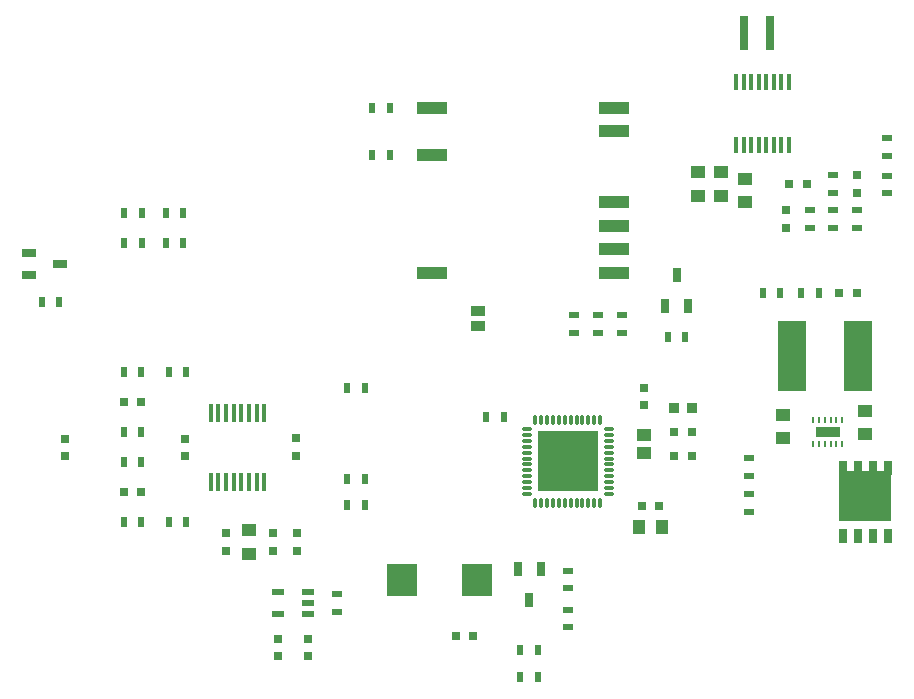
<source format=gtp>
G04 #@! TF.FileFunction,Paste,Top*
%FSLAX46Y46*%
G04 Gerber Fmt 4.6, Leading zero omitted, Abs format (unit mm)*
G04 Created by KiCad (PCBNEW 4.0.7) date 2018 October 22, Monday 01:25:24*
%MOMM*%
%LPD*%
G01*
G04 APERTURE LIST*
%ADD10C,0.050000*%
%ADD11R,0.750000X0.800000*%
%ADD12R,0.800000X0.750000*%
%ADD13R,0.889000X0.889000*%
%ADD14R,0.900000X0.500000*%
%ADD15R,0.500000X0.900000*%
%ADD16O,0.280000X0.850000*%
%ADD17O,0.850000X0.280000*%
%ADD18R,5.100000X5.100000*%
%ADD19R,0.450000X1.500000*%
%ADD20R,1.249680X0.998220*%
%ADD21R,2.450000X5.900000*%
%ADD22R,0.800000X2.900000*%
%ADD23R,0.381000X1.397000*%
%ADD24R,2.500000X1.100000*%
%ADD25R,1.270000X0.965200*%
%ADD26R,0.700000X1.200000*%
%ADD27R,4.500000X4.290000*%
%ADD28R,1.550000X1.600000*%
%ADD29R,1.550000X1.200000*%
%ADD30R,2.000000X0.900000*%
%ADD31R,0.250000X0.600000*%
%ADD32R,0.650000X1.220000*%
%ADD33R,1.220000X0.650000*%
%ADD34R,1.250000X1.000000*%
%ADD35R,1.000000X1.250000*%
%ADD36R,2.550000X2.700000*%
%ADD37R,1.000000X0.550000*%
G04 APERTURE END LIST*
D10*
G36*
X47925000Y18075000D02*
X47925000Y16925000D01*
X49075000Y16925000D01*
X49075000Y18075000D01*
X47925000Y18075000D01*
G37*
G36*
X49375000Y18075000D02*
X49375000Y16925000D01*
X50525000Y16925000D01*
X50525000Y18075000D01*
X49375000Y18075000D01*
G37*
G36*
X49375000Y16625000D02*
X49375000Y15475000D01*
X50525000Y15475000D01*
X50525000Y16625000D01*
X49375000Y16625000D01*
G37*
G36*
X47925000Y16625000D02*
X47925000Y15475000D01*
X49075000Y15475000D01*
X49075000Y16625000D01*
X47925000Y16625000D01*
G37*
G36*
X46475000Y16625000D02*
X46475000Y15475000D01*
X47625000Y15475000D01*
X47625000Y16625000D01*
X46475000Y16625000D01*
G37*
G36*
X46475000Y18075000D02*
X46475000Y16925000D01*
X47625000Y16925000D01*
X47625000Y18075000D01*
X46475000Y18075000D01*
G37*
G36*
X46475000Y19525000D02*
X46475000Y18375000D01*
X47625000Y18375000D01*
X47625000Y19525000D01*
X46475000Y19525000D01*
G37*
G36*
X47925000Y19525000D02*
X47925000Y18375000D01*
X49075000Y18375000D01*
X49075000Y19525000D01*
X47925000Y19525000D01*
G37*
G36*
X49375000Y19525000D02*
X49375000Y18375000D01*
X50525000Y18375000D01*
X50525000Y19525000D01*
X49375000Y19525000D01*
G37*
D11*
X55000000Y22250000D03*
X55000000Y23750000D03*
D12*
X57500000Y20000000D03*
X59000000Y20000000D03*
X57500000Y18000000D03*
X59000000Y18000000D03*
X56250000Y13705000D03*
X54750000Y13705000D03*
X39000000Y2750000D03*
X40500000Y2750000D03*
X71500000Y31750000D03*
X73000000Y31750000D03*
D11*
X5940000Y19440000D03*
X5940000Y17940000D03*
D12*
X10905000Y22500000D03*
X12405000Y22500000D03*
X10905000Y14880000D03*
X12405000Y14880000D03*
D11*
X16100000Y17940000D03*
X16100000Y19440000D03*
X25500000Y18000000D03*
X25500000Y19500000D03*
X25545000Y11440000D03*
X25545000Y9940000D03*
X23545000Y9940000D03*
X23545000Y11440000D03*
X19545000Y9940000D03*
X19545000Y11440000D03*
D13*
X57500000Y22000000D03*
X59024000Y22000000D03*
D14*
X63890000Y16305000D03*
X63890000Y17805000D03*
X63890000Y13205000D03*
X63890000Y14705000D03*
X73000000Y38750000D03*
X73000000Y37250000D03*
X71000000Y41750000D03*
X71000000Y40250000D03*
X71000000Y37250000D03*
X71000000Y38750000D03*
X48490000Y3455000D03*
X48490000Y4955000D03*
X75490000Y43405000D03*
X75490000Y44905000D03*
X75490000Y41705000D03*
X75490000Y40205000D03*
D15*
X65000000Y31750000D03*
X66500000Y31750000D03*
X68250000Y31750000D03*
X69750000Y31750000D03*
X31940000Y47455000D03*
X33440000Y47455000D03*
X12405000Y17420000D03*
X10905000Y17420000D03*
X12405000Y19960000D03*
X10905000Y19960000D03*
X12405000Y25040000D03*
X10905000Y25040000D03*
X12405000Y12340000D03*
X10905000Y12340000D03*
X16215000Y12340000D03*
X14715000Y12340000D03*
X16215000Y25040000D03*
X14715000Y25040000D03*
X31295000Y23690000D03*
X29795000Y23690000D03*
X31295000Y16010000D03*
X29795000Y16010000D03*
X31295000Y13810000D03*
X29795000Y13810000D03*
X5450000Y31000000D03*
X3950000Y31000000D03*
X12450000Y38500000D03*
X10950000Y38500000D03*
X10950000Y36000000D03*
X12450000Y36000000D03*
X15950000Y38500000D03*
X14450000Y38500000D03*
X14450000Y36000000D03*
X15950000Y36000000D03*
D16*
X51250000Y20975000D03*
X50750000Y20975000D03*
X50250000Y20975000D03*
X49750000Y20975000D03*
X49250000Y20975000D03*
X48750000Y20975000D03*
X48250000Y20975000D03*
X47750000Y20975000D03*
X47250000Y20975000D03*
X46750000Y20975000D03*
X46250000Y20975000D03*
X45750000Y20975000D03*
D17*
X45025000Y20250000D03*
X45025000Y19750000D03*
X45025000Y19250000D03*
X45025000Y18750000D03*
X45025000Y18250000D03*
X45025000Y17750000D03*
X45025000Y17250000D03*
X45025000Y16750000D03*
X45025000Y16250000D03*
X45025000Y15750000D03*
X45025000Y15250000D03*
X45025000Y14750000D03*
D16*
X45750000Y14025000D03*
X46250000Y14025000D03*
X46750000Y14025000D03*
X47250000Y14025000D03*
X47750000Y14025000D03*
X48250000Y14025000D03*
X48750000Y14025000D03*
X49250000Y14025000D03*
X49750000Y14025000D03*
X50250000Y14025000D03*
X50750000Y14025000D03*
X51250000Y14025000D03*
D17*
X51975000Y14750000D03*
X51975000Y15250000D03*
X51975000Y15750000D03*
X51975000Y16250000D03*
X51975000Y16750000D03*
X51975000Y17250000D03*
X51975000Y17750000D03*
X51975000Y18250000D03*
X51975000Y18750000D03*
X51975000Y19250000D03*
X51975000Y19750000D03*
X51975000Y20250000D03*
D18*
X48500000Y17500000D03*
D19*
X22820000Y21640000D03*
X22170000Y21640000D03*
X21520000Y21640000D03*
X20870000Y21640000D03*
X20220000Y21640000D03*
X19570000Y21640000D03*
X18920000Y21640000D03*
X18270000Y21640000D03*
X18270000Y15740000D03*
X18920000Y15740000D03*
X19570000Y15740000D03*
X20220000Y15740000D03*
X20870000Y15740000D03*
X21520000Y15740000D03*
X22170000Y15740000D03*
X22820000Y15740000D03*
D20*
X55000000Y19749300D03*
X55000000Y18250700D03*
D11*
X67000000Y37250000D03*
X67000000Y38750000D03*
D12*
X68750000Y41000000D03*
X67250000Y41000000D03*
D11*
X73000000Y40250000D03*
X73000000Y41750000D03*
D21*
X73065000Y26455000D03*
X67515000Y26455000D03*
D22*
X65600000Y53750000D03*
X63400000Y53750000D03*
D14*
X69000000Y37250000D03*
X69000000Y38750000D03*
D23*
X67222500Y49667000D03*
X66587500Y49667000D03*
X65952500Y49667000D03*
X65317500Y49667000D03*
X64682500Y49667000D03*
X64047500Y49667000D03*
X63412500Y49667000D03*
X62777500Y49667000D03*
X62777500Y44333000D03*
X63412500Y44333000D03*
X64047500Y44333000D03*
X64682500Y44333000D03*
X65317500Y44333000D03*
X65952500Y44333000D03*
X66587500Y44333000D03*
X67222500Y44333000D03*
D15*
X31940000Y43455000D03*
X33440000Y43455000D03*
D14*
X53090000Y28405000D03*
X53090000Y29905000D03*
X48990000Y28395000D03*
X48990000Y29895000D03*
X51085000Y28395000D03*
X51085000Y29895000D03*
D24*
X36990000Y47455000D03*
X36990000Y43455000D03*
X36990000Y33455000D03*
X52390000Y33455000D03*
X52390000Y35455000D03*
X52390000Y37455000D03*
X52390000Y39455000D03*
X52390000Y45455000D03*
X52390000Y47455000D03*
D25*
X40940000Y28935000D03*
X40940000Y30205000D03*
D26*
X71780000Y11155000D03*
X73050000Y11155000D03*
X74330000Y11155000D03*
X75600000Y11155000D03*
X75600000Y16955000D03*
X74330000Y16955000D03*
X73050000Y16955000D03*
X71780000Y16955000D03*
D27*
X73690000Y14555000D03*
D28*
X72600000Y15305000D03*
X74780000Y15305000D03*
D29*
X72600000Y13305000D03*
X74780000Y13305000D03*
D30*
X70500000Y20000000D03*
D31*
X70750000Y21000000D03*
X71750000Y21000000D03*
X71250000Y21000000D03*
X70250000Y21000000D03*
X69750000Y21000000D03*
X69250000Y21000000D03*
X69250000Y19000000D03*
X69750000Y19000000D03*
X70250000Y19000000D03*
X70750000Y19000000D03*
X71250000Y19000000D03*
X71750000Y19000000D03*
D32*
X46200000Y8370000D03*
X44300000Y8370000D03*
X45250000Y5750000D03*
X56760000Y30695000D03*
X58660000Y30695000D03*
X57710000Y33315000D03*
D33*
X2885000Y35160000D03*
X2885000Y33260000D03*
X5505000Y34210000D03*
D34*
X73690000Y21805000D03*
X73690000Y19805000D03*
X63500000Y41455000D03*
X63500000Y39455000D03*
X66690000Y21455000D03*
X66690000Y19455000D03*
X59500000Y42000000D03*
X59500000Y40000000D03*
X61500000Y42000000D03*
X61500000Y40000000D03*
D35*
X56500000Y11955000D03*
X54500000Y11955000D03*
D36*
X40810000Y7505000D03*
X34460000Y7505000D03*
D34*
X21545000Y9690000D03*
X21545000Y11690000D03*
D15*
X43110000Y21305000D03*
X41610000Y21305000D03*
D14*
X48500000Y8250000D03*
X48500000Y6750000D03*
D15*
X58460000Y28005000D03*
X56960000Y28005000D03*
X46000000Y-750000D03*
X44500000Y-750000D03*
X46000000Y1500000D03*
X44500000Y1500000D03*
D11*
X26500000Y2500000D03*
X26500000Y1000000D03*
X24000000Y2500000D03*
X24000000Y1000000D03*
D14*
X29000000Y4750000D03*
X29000000Y6250000D03*
D37*
X26550000Y4550000D03*
X26550000Y5500000D03*
X26550000Y6450000D03*
X23950000Y6450000D03*
X23950000Y4550000D03*
M02*

</source>
